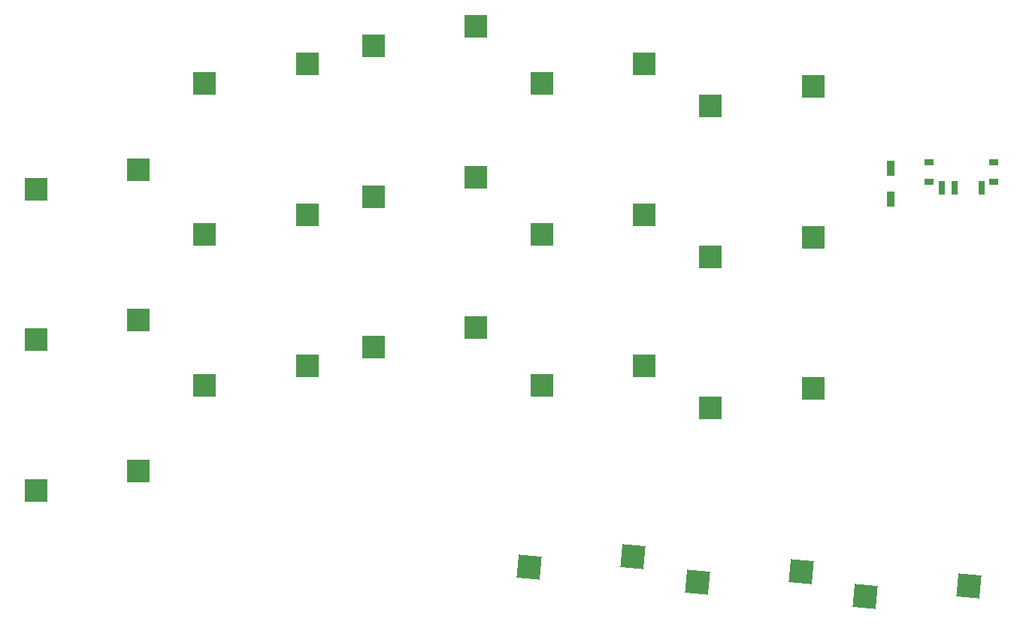
<source format=gbr>
%TF.GenerationSoftware,KiCad,Pcbnew,(6.0.7-1)-1*%
%TF.CreationDate,2022-08-21T00:28:12+10:00*%
%TF.ProjectId,buckyboard_v1,6275636b-7962-46f6-9172-645f76312e6b,v1.0.0*%
%TF.SameCoordinates,Original*%
%TF.FileFunction,Paste,Top*%
%TF.FilePolarity,Positive*%
%FSLAX46Y46*%
G04 Gerber Fmt 4.6, Leading zero omitted, Abs format (unit mm)*
G04 Created by KiCad (PCBNEW (6.0.7-1)-1) date 2022-08-21 00:28:12*
%MOMM*%
%LPD*%
G01*
G04 APERTURE LIST*
G04 Aperture macros list*
%AMRotRect*
0 Rectangle, with rotation*
0 The origin of the aperture is its center*
0 $1 length*
0 $2 width*
0 $3 Rotation angle, in degrees counterclockwise*
0 Add horizontal line*
21,1,$1,$2,0,0,$3*%
G04 Aperture macros list end*
%ADD10R,2.600000X2.600000*%
%ADD11R,0.900000X1.700000*%
%ADD12RotRect,2.600000X2.600000X355.000000*%
%ADD13R,1.000000X0.800000*%
%ADD14R,0.700000X1.500000*%
G04 APERTURE END LIST*
D10*
%TO.C,S1*%
X3275000Y5950000D03*
X-8275000Y3750000D03*
%TD*%
%TO.C,S2*%
X3275000Y22950000D03*
X-8275000Y20750000D03*
%TD*%
%TO.C,S15*%
X79275000Y49300000D03*
X67725000Y47100000D03*
%TD*%
%TO.C,S5*%
X22275000Y34850000D03*
X10725000Y32650000D03*
%TD*%
%TO.C,S12*%
X60275000Y51850000D03*
X48725000Y49650000D03*
%TD*%
%TO.C,S14*%
X79275000Y32300000D03*
X67725000Y30100000D03*
%TD*%
%TO.C,S11*%
X60275000Y34850000D03*
X48725000Y32650000D03*
%TD*%
%TO.C,S6*%
X22275000Y51850000D03*
X10725000Y49650000D03*
%TD*%
D11*
%TO.C,*%
X88000000Y36650000D03*
X88000000Y40050000D03*
%TD*%
D10*
%TO.C,S7*%
X41275000Y22100000D03*
X29725000Y19900000D03*
%TD*%
D12*
%TO.C,S17*%
X77908813Y-5364036D03*
X66211022Y-6549015D03*
%TD*%
%TO.C,S18*%
X96836513Y-7019995D03*
X85138722Y-8204974D03*
%TD*%
D13*
%TO.C,*%
X92350000Y38570000D03*
X99650000Y40780000D03*
X99650000Y38570000D03*
X92350000Y40780000D03*
D14*
X98250000Y37920000D03*
X95250000Y37920000D03*
X93750000Y37920000D03*
%TD*%
D10*
%TO.C,S4*%
X22275000Y17850000D03*
X10725000Y15650000D03*
%TD*%
%TO.C,S3*%
X3275000Y39950000D03*
X-8275000Y37750000D03*
%TD*%
%TO.C,S8*%
X41275000Y39100000D03*
X29725000Y36900000D03*
%TD*%
%TO.C,S13*%
X79275000Y15300000D03*
X67725000Y13100000D03*
%TD*%
%TO.C,S9*%
X41275000Y56100000D03*
X29725000Y53900000D03*
%TD*%
%TO.C,S10*%
X60275000Y17850000D03*
X48725000Y15650000D03*
%TD*%
D12*
%TO.C,S16*%
X58981114Y-3708077D03*
X47283323Y-4893056D03*
%TD*%
M02*

</source>
